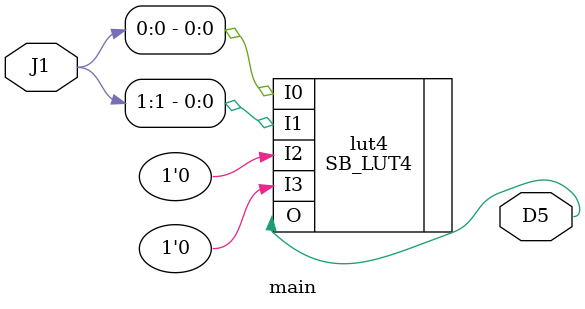
<source format=v>
module main ( input [1:0] J1, output D5 );

SB_LUT4 #(.LUT_INIT(16'h8888)) lut4 (.I0(J1[0]), .I1(J1[1]), .I2(1'b0), .I3(1'b0), .O(D5));

endmodule

</source>
